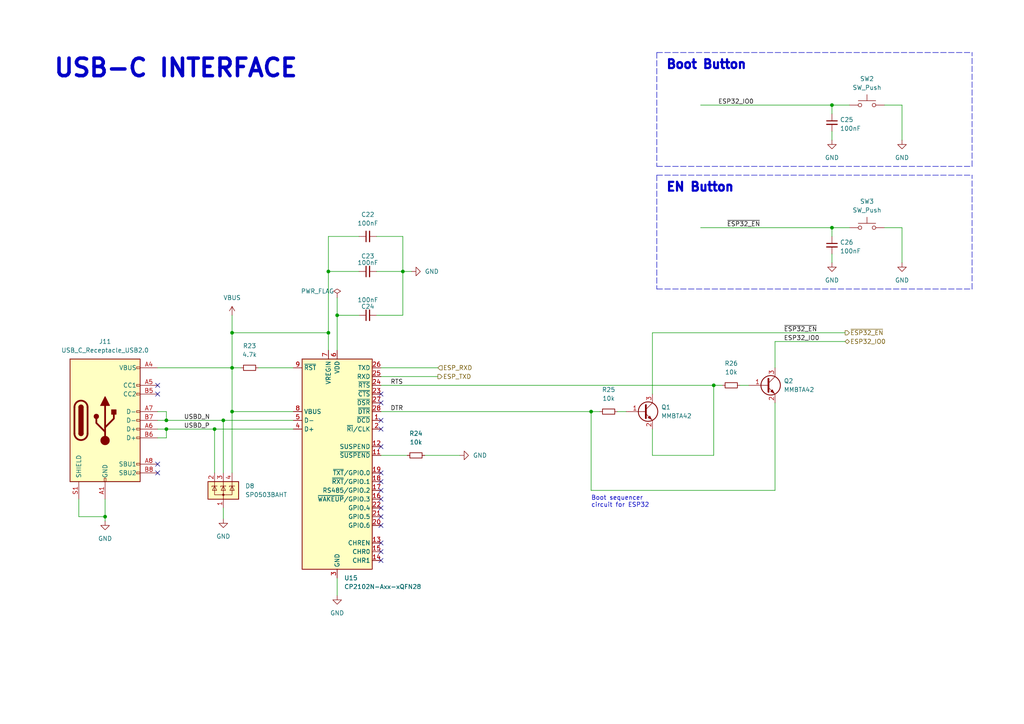
<source format=kicad_sch>
(kicad_sch (version 20211123) (generator eeschema)

  (uuid eb891d76-5179-4f5e-8fb5-26f74b07be55)

  (paper "A4")

  (lib_symbols
    (symbol "Connector:USB_C_Receptacle_USB2.0" (pin_names (offset 1.016)) (in_bom yes) (on_board yes)
      (property "Reference" "J" (id 0) (at -10.16 19.05 0)
        (effects (font (size 1.27 1.27)) (justify left))
      )
      (property "Value" "USB_C_Receptacle_USB2.0" (id 1) (at 19.05 19.05 0)
        (effects (font (size 1.27 1.27)) (justify right))
      )
      (property "Footprint" "" (id 2) (at 3.81 0 0)
        (effects (font (size 1.27 1.27)) hide)
      )
      (property "Datasheet" "https://www.usb.org/sites/default/files/documents/usb_type-c.zip" (id 3) (at 3.81 0 0)
        (effects (font (size 1.27 1.27)) hide)
      )
      (property "ki_keywords" "usb universal serial bus type-C USB2.0" (id 4) (at 0 0 0)
        (effects (font (size 1.27 1.27)) hide)
      )
      (property "ki_description" "USB 2.0-only Type-C Receptacle connector" (id 5) (at 0 0 0)
        (effects (font (size 1.27 1.27)) hide)
      )
      (property "ki_fp_filters" "USB*C*Receptacle*" (id 6) (at 0 0 0)
        (effects (font (size 1.27 1.27)) hide)
      )
      (symbol "USB_C_Receptacle_USB2.0_0_0"
        (rectangle (start -0.254 -17.78) (end 0.254 -16.764)
          (stroke (width 0) (type default) (color 0 0 0 0))
          (fill (type none))
        )
        (rectangle (start 10.16 -14.986) (end 9.144 -15.494)
          (stroke (width 0) (type default) (color 0 0 0 0))
          (fill (type none))
        )
        (rectangle (start 10.16 -12.446) (end 9.144 -12.954)
          (stroke (width 0) (type default) (color 0 0 0 0))
          (fill (type none))
        )
        (rectangle (start 10.16 -4.826) (end 9.144 -5.334)
          (stroke (width 0) (type default) (color 0 0 0 0))
          (fill (type none))
        )
        (rectangle (start 10.16 -2.286) (end 9.144 -2.794)
          (stroke (width 0) (type default) (color 0 0 0 0))
          (fill (type none))
        )
        (rectangle (start 10.16 0.254) (end 9.144 -0.254)
          (stroke (width 0) (type default) (color 0 0 0 0))
          (fill (type none))
        )
        (rectangle (start 10.16 2.794) (end 9.144 2.286)
          (stroke (width 0) (type default) (color 0 0 0 0))
          (fill (type none))
        )
        (rectangle (start 10.16 7.874) (end 9.144 7.366)
          (stroke (width 0) (type default) (color 0 0 0 0))
          (fill (type none))
        )
        (rectangle (start 10.16 10.414) (end 9.144 9.906)
          (stroke (width 0) (type default) (color 0 0 0 0))
          (fill (type none))
        )
        (rectangle (start 10.16 15.494) (end 9.144 14.986)
          (stroke (width 0) (type default) (color 0 0 0 0))
          (fill (type none))
        )
      )
      (symbol "USB_C_Receptacle_USB2.0_0_1"
        (rectangle (start -10.16 17.78) (end 10.16 -17.78)
          (stroke (width 0.254) (type default) (color 0 0 0 0))
          (fill (type background))
        )
        (arc (start -8.89 -3.81) (mid -6.985 -5.715) (end -5.08 -3.81)
          (stroke (width 0.508) (type default) (color 0 0 0 0))
          (fill (type none))
        )
        (arc (start -7.62 -3.81) (mid -6.985 -4.445) (end -6.35 -3.81)
          (stroke (width 0.254) (type default) (color 0 0 0 0))
          (fill (type none))
        )
        (arc (start -7.62 -3.81) (mid -6.985 -4.445) (end -6.35 -3.81)
          (stroke (width 0.254) (type default) (color 0 0 0 0))
          (fill (type outline))
        )
        (rectangle (start -7.62 -3.81) (end -6.35 3.81)
          (stroke (width 0.254) (type default) (color 0 0 0 0))
          (fill (type outline))
        )
        (arc (start -6.35 3.81) (mid -6.985 4.445) (end -7.62 3.81)
          (stroke (width 0.254) (type default) (color 0 0 0 0))
          (fill (type none))
        )
        (arc (start -6.35 3.81) (mid -6.985 4.445) (end -7.62 3.81)
          (stroke (width 0.254) (type default) (color 0 0 0 0))
          (fill (type outline))
        )
        (arc (start -5.08 3.81) (mid -6.985 5.715) (end -8.89 3.81)
          (stroke (width 0.508) (type default) (color 0 0 0 0))
          (fill (type none))
        )
        (circle (center -2.54 1.143) (radius 0.635)
          (stroke (width 0.254) (type default) (color 0 0 0 0))
          (fill (type outline))
        )
        (circle (center 0 -5.842) (radius 1.27)
          (stroke (width 0) (type default) (color 0 0 0 0))
          (fill (type outline))
        )
        (polyline
          (pts
            (xy -8.89 -3.81)
            (xy -8.89 3.81)
          )
          (stroke (width 0.508) (type default) (color 0 0 0 0))
          (fill (type none))
        )
        (polyline
          (pts
            (xy -5.08 3.81)
            (xy -5.08 -3.81)
          )
          (stroke (width 0.508) (type default) (color 0 0 0 0))
          (fill (type none))
        )
        (polyline
          (pts
            (xy 0 -5.842)
            (xy 0 4.318)
          )
          (stroke (width 0.508) (type default) (color 0 0 0 0))
          (fill (type none))
        )
        (polyline
          (pts
            (xy 0 -3.302)
            (xy -2.54 -0.762)
            (xy -2.54 0.508)
          )
          (stroke (width 0.508) (type default) (color 0 0 0 0))
          (fill (type none))
        )
        (polyline
          (pts
            (xy 0 -2.032)
            (xy 2.54 0.508)
            (xy 2.54 1.778)
          )
          (stroke (width 0.508) (type default) (color 0 0 0 0))
          (fill (type none))
        )
        (polyline
          (pts
            (xy -1.27 4.318)
            (xy 0 6.858)
            (xy 1.27 4.318)
            (xy -1.27 4.318)
          )
          (stroke (width 0.254) (type default) (color 0 0 0 0))
          (fill (type outline))
        )
        (rectangle (start 1.905 1.778) (end 3.175 3.048)
          (stroke (width 0.254) (type default) (color 0 0 0 0))
          (fill (type outline))
        )
      )
      (symbol "USB_C_Receptacle_USB2.0_1_1"
        (pin passive line (at 0 -22.86 90) (length 5.08)
          (name "GND" (effects (font (size 1.27 1.27))))
          (number "A1" (effects (font (size 1.27 1.27))))
        )
        (pin passive line (at 0 -22.86 90) (length 5.08) hide
          (name "GND" (effects (font (size 1.27 1.27))))
          (number "A12" (effects (font (size 1.27 1.27))))
        )
        (pin passive line (at 15.24 15.24 180) (length 5.08)
          (name "VBUS" (effects (font (size 1.27 1.27))))
          (number "A4" (effects (font (size 1.27 1.27))))
        )
        (pin bidirectional line (at 15.24 10.16 180) (length 5.08)
          (name "CC1" (effects (font (size 1.27 1.27))))
          (number "A5" (effects (font (size 1.27 1.27))))
        )
        (pin bidirectional line (at 15.24 -2.54 180) (length 5.08)
          (name "D+" (effects (font (size 1.27 1.27))))
          (number "A6" (effects (font (size 1.27 1.27))))
        )
        (pin bidirectional line (at 15.24 2.54 180) (length 5.08)
          (name "D-" (effects (font (size 1.27 1.27))))
          (number "A7" (effects (font (size 1.27 1.27))))
        )
        (pin bidirectional line (at 15.24 -12.7 180) (length 5.08)
          (name "SBU1" (effects (font (size 1.27 1.27))))
          (number "A8" (effects (font (size 1.27 1.27))))
        )
        (pin passive line (at 15.24 15.24 180) (length 5.08) hide
          (name "VBUS" (effects (font (size 1.27 1.27))))
          (number "A9" (effects (font (size 1.27 1.27))))
        )
        (pin passive line (at 0 -22.86 90) (length 5.08) hide
          (name "GND" (effects (font (size 1.27 1.27))))
          (number "B1" (effects (font (size 1.27 1.27))))
        )
        (pin passive line (at 0 -22.86 90) (length 5.08) hide
          (name "GND" (effects (font (size 1.27 1.27))))
          (number "B12" (effects (font (size 1.27 1.27))))
        )
        (pin passive line (at 15.24 15.24 180) (length 5.08) hide
          (name "VBUS" (effects (font (size 1.27 1.27))))
          (number "B4" (effects (font (size 1.27 1.27))))
        )
        (pin bidirectional line (at 15.24 7.62 180) (length 5.08)
          (name "CC2" (effects (font (size 1.27 1.27))))
          (number "B5" (effects (font (size 1.27 1.27))))
        )
        (pin bidirectional line (at 15.24 -5.08 180) (length 5.08)
          (name "D+" (effects (font (size 1.27 1.27))))
          (number "B6" (effects (font (size 1.27 1.27))))
        )
        (pin bidirectional line (at 15.24 0 180) (length 5.08)
          (name "D-" (effects (font (size 1.27 1.27))))
          (number "B7" (effects (font (size 1.27 1.27))))
        )
        (pin bidirectional line (at 15.24 -15.24 180) (length 5.08)
          (name "SBU2" (effects (font (size 1.27 1.27))))
          (number "B8" (effects (font (size 1.27 1.27))))
        )
        (pin passive line (at 15.24 15.24 180) (length 5.08) hide
          (name "VBUS" (effects (font (size 1.27 1.27))))
          (number "B9" (effects (font (size 1.27 1.27))))
        )
        (pin passive line (at -7.62 -22.86 90) (length 5.08)
          (name "SHIELD" (effects (font (size 1.27 1.27))))
          (number "S1" (effects (font (size 1.27 1.27))))
        )
      )
    )
    (symbol "Device:C_Small" (pin_numbers hide) (pin_names (offset 0.254) hide) (in_bom yes) (on_board yes)
      (property "Reference" "C" (id 0) (at 0.254 1.778 0)
        (effects (font (size 1.27 1.27)) (justify left))
      )
      (property "Value" "C_Small" (id 1) (at 0.254 -2.032 0)
        (effects (font (size 1.27 1.27)) (justify left))
      )
      (property "Footprint" "" (id 2) (at 0 0 0)
        (effects (font (size 1.27 1.27)) hide)
      )
      (property "Datasheet" "~" (id 3) (at 0 0 0)
        (effects (font (size 1.27 1.27)) hide)
      )
      (property "ki_keywords" "capacitor cap" (id 4) (at 0 0 0)
        (effects (font (size 1.27 1.27)) hide)
      )
      (property "ki_description" "Unpolarized capacitor, small symbol" (id 5) (at 0 0 0)
        (effects (font (size 1.27 1.27)) hide)
      )
      (property "ki_fp_filters" "C_*" (id 6) (at 0 0 0)
        (effects (font (size 1.27 1.27)) hide)
      )
      (symbol "C_Small_0_1"
        (polyline
          (pts
            (xy -1.524 -0.508)
            (xy 1.524 -0.508)
          )
          (stroke (width 0.3302) (type default) (color 0 0 0 0))
          (fill (type none))
        )
        (polyline
          (pts
            (xy -1.524 0.508)
            (xy 1.524 0.508)
          )
          (stroke (width 0.3048) (type default) (color 0 0 0 0))
          (fill (type none))
        )
      )
      (symbol "C_Small_1_1"
        (pin passive line (at 0 2.54 270) (length 2.032)
          (name "~" (effects (font (size 1.27 1.27))))
          (number "1" (effects (font (size 1.27 1.27))))
        )
        (pin passive line (at 0 -2.54 90) (length 2.032)
          (name "~" (effects (font (size 1.27 1.27))))
          (number "2" (effects (font (size 1.27 1.27))))
        )
      )
    )
    (symbol "Device:R_Small" (pin_numbers hide) (pin_names (offset 0.254) hide) (in_bom yes) (on_board yes)
      (property "Reference" "R" (id 0) (at 0.762 0.508 0)
        (effects (font (size 1.27 1.27)) (justify left))
      )
      (property "Value" "R_Small" (id 1) (at 0.762 -1.016 0)
        (effects (font (size 1.27 1.27)) (justify left))
      )
      (property "Footprint" "" (id 2) (at 0 0 0)
        (effects (font (size 1.27 1.27)) hide)
      )
      (property "Datasheet" "~" (id 3) (at 0 0 0)
        (effects (font (size 1.27 1.27)) hide)
      )
      (property "ki_keywords" "R resistor" (id 4) (at 0 0 0)
        (effects (font (size 1.27 1.27)) hide)
      )
      (property "ki_description" "Resistor, small symbol" (id 5) (at 0 0 0)
        (effects (font (size 1.27 1.27)) hide)
      )
      (property "ki_fp_filters" "R_*" (id 6) (at 0 0 0)
        (effects (font (size 1.27 1.27)) hide)
      )
      (symbol "R_Small_0_1"
        (rectangle (start -0.762 1.778) (end 0.762 -1.778)
          (stroke (width 0.2032) (type default) (color 0 0 0 0))
          (fill (type none))
        )
      )
      (symbol "R_Small_1_1"
        (pin passive line (at 0 2.54 270) (length 0.762)
          (name "~" (effects (font (size 1.27 1.27))))
          (number "1" (effects (font (size 1.27 1.27))))
        )
        (pin passive line (at 0 -2.54 90) (length 0.762)
          (name "~" (effects (font (size 1.27 1.27))))
          (number "2" (effects (font (size 1.27 1.27))))
        )
      )
    )
    (symbol "Interface_USB:CP2102N-Axx-xQFN28" (in_bom yes) (on_board yes)
      (property "Reference" "U" (id 0) (at -8.89 31.75 0)
        (effects (font (size 1.27 1.27)))
      )
      (property "Value" "CP2102N-Axx-xQFN28" (id 1) (at 12.7 31.75 0)
        (effects (font (size 1.27 1.27)))
      )
      (property "Footprint" "Package_DFN_QFN:QFN-28-1EP_5x5mm_P0.5mm_EP3.35x3.35mm" (id 2) (at 33.02 -31.75 0)
        (effects (font (size 1.27 1.27)) hide)
      )
      (property "Datasheet" "https://www.silabs.com/documents/public/data-sheets/cp2102n-datasheet.pdf" (id 3) (at 1.27 -19.05 0)
        (effects (font (size 1.27 1.27)) hide)
      )
      (property "ki_keywords" "USB UART bridge" (id 4) (at 0 0 0)
        (effects (font (size 1.27 1.27)) hide)
      )
      (property "ki_description" "USB to UART master bridge, QFN-28" (id 5) (at 0 0 0)
        (effects (font (size 1.27 1.27)) hide)
      )
      (property "ki_fp_filters" "QFN*1EP*5x5mm*P0.5mm*" (id 6) (at 0 0 0)
        (effects (font (size 1.27 1.27)) hide)
      )
      (symbol "CP2102N-Axx-xQFN28_0_1"
        (rectangle (start -10.16 30.48) (end 10.16 -30.48)
          (stroke (width 0.254) (type default) (color 0 0 0 0))
          (fill (type background))
        )
      )
      (symbol "CP2102N-Axx-xQFN28_1_1"
        (pin input line (at 12.7 12.7 180) (length 2.54)
          (name "~{DCD}" (effects (font (size 1.27 1.27))))
          (number "1" (effects (font (size 1.27 1.27))))
        )
        (pin no_connect line (at -10.16 -27.94 0) (length 2.54) hide
          (name "NC" (effects (font (size 1.27 1.27))))
          (number "10" (effects (font (size 1.27 1.27))))
        )
        (pin output line (at 12.7 2.54 180) (length 2.54)
          (name "~{SUSPEND}" (effects (font (size 1.27 1.27))))
          (number "11" (effects (font (size 1.27 1.27))))
        )
        (pin output line (at 12.7 5.08 180) (length 2.54)
          (name "SUSPEND" (effects (font (size 1.27 1.27))))
          (number "12" (effects (font (size 1.27 1.27))))
        )
        (pin output line (at 12.7 -22.86 180) (length 2.54)
          (name "CHREN" (effects (font (size 1.27 1.27))))
          (number "13" (effects (font (size 1.27 1.27))))
        )
        (pin output line (at 12.7 -27.94 180) (length 2.54)
          (name "CHR1" (effects (font (size 1.27 1.27))))
          (number "14" (effects (font (size 1.27 1.27))))
        )
        (pin output line (at 12.7 -25.4 180) (length 2.54)
          (name "CHR0" (effects (font (size 1.27 1.27))))
          (number "15" (effects (font (size 1.27 1.27))))
        )
        (pin bidirectional line (at 12.7 -10.16 180) (length 2.54)
          (name "~{WAKEUP}/GPIO.3" (effects (font (size 1.27 1.27))))
          (number "16" (effects (font (size 1.27 1.27))))
        )
        (pin bidirectional line (at 12.7 -7.62 180) (length 2.54)
          (name "RS485/GPIO.2" (effects (font (size 1.27 1.27))))
          (number "17" (effects (font (size 1.27 1.27))))
        )
        (pin bidirectional line (at 12.7 -5.08 180) (length 2.54)
          (name "~{RXT}/GPIO.1" (effects (font (size 1.27 1.27))))
          (number "18" (effects (font (size 1.27 1.27))))
        )
        (pin bidirectional line (at 12.7 -2.54 180) (length 2.54)
          (name "~{TXT}/GPIO.0" (effects (font (size 1.27 1.27))))
          (number "19" (effects (font (size 1.27 1.27))))
        )
        (pin bidirectional line (at 12.7 10.16 180) (length 2.54)
          (name "~{RI}/CLK" (effects (font (size 1.27 1.27))))
          (number "2" (effects (font (size 1.27 1.27))))
        )
        (pin bidirectional line (at 12.7 -17.78 180) (length 2.54)
          (name "GPIO.6" (effects (font (size 1.27 1.27))))
          (number "20" (effects (font (size 1.27 1.27))))
        )
        (pin bidirectional line (at 12.7 -15.24 180) (length 2.54)
          (name "GPIO.5" (effects (font (size 1.27 1.27))))
          (number "21" (effects (font (size 1.27 1.27))))
        )
        (pin bidirectional line (at 12.7 -12.7 180) (length 2.54)
          (name "GPIO.4" (effects (font (size 1.27 1.27))))
          (number "22" (effects (font (size 1.27 1.27))))
        )
        (pin input line (at 12.7 20.32 180) (length 2.54)
          (name "~{CTS}" (effects (font (size 1.27 1.27))))
          (number "23" (effects (font (size 1.27 1.27))))
        )
        (pin output line (at 12.7 22.86 180) (length 2.54)
          (name "~{RTS}" (effects (font (size 1.27 1.27))))
          (number "24" (effects (font (size 1.27 1.27))))
        )
        (pin input line (at 12.7 25.4 180) (length 2.54)
          (name "RXD" (effects (font (size 1.27 1.27))))
          (number "25" (effects (font (size 1.27 1.27))))
        )
        (pin output line (at 12.7 27.94 180) (length 2.54)
          (name "TXD" (effects (font (size 1.27 1.27))))
          (number "26" (effects (font (size 1.27 1.27))))
        )
        (pin input line (at 12.7 17.78 180) (length 2.54)
          (name "~{DSR}" (effects (font (size 1.27 1.27))))
          (number "27" (effects (font (size 1.27 1.27))))
        )
        (pin output line (at 12.7 15.24 180) (length 2.54)
          (name "~{DTR}" (effects (font (size 1.27 1.27))))
          (number "28" (effects (font (size 1.27 1.27))))
        )
        (pin passive line (at 0 -33.02 90) (length 2.54) hide
          (name "GND" (effects (font (size 1.27 1.27))))
          (number "29" (effects (font (size 1.27 1.27))))
        )
        (pin power_in line (at 0 -33.02 90) (length 2.54)
          (name "GND" (effects (font (size 1.27 1.27))))
          (number "3" (effects (font (size 1.27 1.27))))
        )
        (pin bidirectional line (at -12.7 10.16 0) (length 2.54)
          (name "D+" (effects (font (size 1.27 1.27))))
          (number "4" (effects (font (size 1.27 1.27))))
        )
        (pin bidirectional line (at -12.7 12.7 0) (length 2.54)
          (name "D-" (effects (font (size 1.27 1.27))))
          (number "5" (effects (font (size 1.27 1.27))))
        )
        (pin power_in line (at 0 33.02 270) (length 2.54)
          (name "VDD" (effects (font (size 1.27 1.27))))
          (number "6" (effects (font (size 1.27 1.27))))
        )
        (pin power_in line (at -2.54 33.02 270) (length 2.54)
          (name "VREGIN" (effects (font (size 1.27 1.27))))
          (number "7" (effects (font (size 1.27 1.27))))
        )
        (pin input line (at -12.7 15.24 0) (length 2.54)
          (name "VBUS" (effects (font (size 1.27 1.27))))
          (number "8" (effects (font (size 1.27 1.27))))
        )
        (pin input line (at -12.7 27.94 0) (length 2.54)
          (name "~{RST}" (effects (font (size 1.27 1.27))))
          (number "9" (effects (font (size 1.27 1.27))))
        )
      )
    )
    (symbol "Power_Protection:SP0503BAHT" (pin_names hide) (in_bom yes) (on_board yes)
      (property "Reference" "D" (id 0) (at 5.715 2.54 0)
        (effects (font (size 1.27 1.27)) (justify left))
      )
      (property "Value" "SP0503BAHT" (id 1) (at 5.715 0.635 0)
        (effects (font (size 1.27 1.27)) (justify left))
      )
      (property "Footprint" "Package_TO_SOT_SMD:SOT-143" (id 2) (at 5.715 -1.27 0)
        (effects (font (size 1.27 1.27)) (justify left) hide)
      )
      (property "Datasheet" "http://www.littelfuse.com/~/media/files/littelfuse/technical%20resources/documents/data%20sheets/sp05xxba.pdf" (id 3) (at 3.175 3.175 0)
        (effects (font (size 1.27 1.27)) hide)
      )
      (property "ki_keywords" "usb esd protection suppression transient" (id 4) (at 0 0 0)
        (effects (font (size 1.27 1.27)) hide)
      )
      (property "ki_description" "TVS Diode Array, 5.5V Standoff, 3 Channels, SOT-143 package" (id 5) (at 0 0 0)
        (effects (font (size 1.27 1.27)) hide)
      )
      (property "ki_fp_filters" "SOT?143*" (id 6) (at 0 0 0)
        (effects (font (size 1.27 1.27)) hide)
      )
      (symbol "SP0503BAHT_0_0"
        (pin passive line (at 0 -5.08 90) (length 2.54)
          (name "A" (effects (font (size 1.27 1.27))))
          (number "1" (effects (font (size 1.27 1.27))))
        )
      )
      (symbol "SP0503BAHT_0_1"
        (rectangle (start -4.445 2.54) (end 4.445 -2.54)
          (stroke (width 0.254) (type default) (color 0 0 0 0))
          (fill (type background))
        )
        (circle (center 0 -1.27) (radius 0.254)
          (stroke (width 0) (type default) (color 0 0 0 0))
          (fill (type outline))
        )
        (polyline
          (pts
            (xy -2.54 2.54)
            (xy -2.54 1.27)
          )
          (stroke (width 0) (type default) (color 0 0 0 0))
          (fill (type none))
        )
        (polyline
          (pts
            (xy 0 -1.27)
            (xy 0 -2.54)
          )
          (stroke (width 0) (type default) (color 0 0 0 0))
          (fill (type none))
        )
        (polyline
          (pts
            (xy 0 -1.27)
            (xy 0 1.27)
          )
          (stroke (width 0) (type default) (color 0 0 0 0))
          (fill (type none))
        )
        (polyline
          (pts
            (xy 0 2.54)
            (xy 0 1.27)
          )
          (stroke (width 0) (type default) (color 0 0 0 0))
          (fill (type none))
        )
        (polyline
          (pts
            (xy 0.635 1.27)
            (xy 0.762 1.27)
          )
          (stroke (width 0) (type default) (color 0 0 0 0))
          (fill (type none))
        )
        (polyline
          (pts
            (xy 2.54 2.54)
            (xy 2.54 1.27)
          )
          (stroke (width 0) (type default) (color 0 0 0 0))
          (fill (type none))
        )
        (polyline
          (pts
            (xy 0.635 1.27)
            (xy -0.762 1.27)
            (xy -0.762 1.016)
          )
          (stroke (width 0) (type default) (color 0 0 0 0))
          (fill (type none))
        )
        (polyline
          (pts
            (xy -3.302 1.016)
            (xy -3.302 1.27)
            (xy -1.905 1.27)
            (xy -1.778 1.27)
          )
          (stroke (width 0) (type default) (color 0 0 0 0))
          (fill (type none))
        )
        (polyline
          (pts
            (xy -2.54 1.27)
            (xy -2.54 -1.27)
            (xy 2.54 -1.27)
            (xy 2.54 1.27)
          )
          (stroke (width 0) (type default) (color 0 0 0 0))
          (fill (type none))
        )
        (polyline
          (pts
            (xy -2.54 1.27)
            (xy -1.905 0)
            (xy -3.175 0)
            (xy -2.54 1.27)
          )
          (stroke (width 0) (type default) (color 0 0 0 0))
          (fill (type none))
        )
        (polyline
          (pts
            (xy 0.635 0)
            (xy -0.635 0)
            (xy 0 1.27)
            (xy 0.635 0)
          )
          (stroke (width 0) (type default) (color 0 0 0 0))
          (fill (type none))
        )
        (polyline
          (pts
            (xy 1.778 1.016)
            (xy 1.778 1.27)
            (xy 3.175 1.27)
            (xy 3.302 1.27)
          )
          (stroke (width 0) (type default) (color 0 0 0 0))
          (fill (type none))
        )
        (polyline
          (pts
            (xy 2.54 1.27)
            (xy 1.905 0)
            (xy 3.175 0)
            (xy 2.54 1.27)
          )
          (stroke (width 0) (type default) (color 0 0 0 0))
          (fill (type none))
        )
      )
      (symbol "SP0503BAHT_1_1"
        (pin passive line (at -2.54 5.08 270) (length 2.54)
          (name "K" (effects (font (size 1.27 1.27))))
          (number "2" (effects (font (size 1.27 1.27))))
        )
        (pin passive line (at 0 5.08 270) (length 2.54)
          (name "K" (effects (font (size 1.27 1.27))))
          (number "3" (effects (font (size 1.27 1.27))))
        )
        (pin passive line (at 2.54 5.08 270) (length 2.54)
          (name "K" (effects (font (size 1.27 1.27))))
          (number "4" (effects (font (size 1.27 1.27))))
        )
      )
    )
    (symbol "SW_Push_1" (pin_numbers hide) (pin_names (offset 1.016) hide) (in_bom yes) (on_board yes)
      (property "Reference" "SW3" (id 0) (at 0 7.62 0)
        (effects (font (size 1.27 1.27)))
      )
      (property "Value" "SW_Push_1" (id 1) (at 0 5.08 0)
        (effects (font (size 1.27 1.27)))
      )
      (property "Footprint" "XKB:TS-1187A-B-A-B" (id 2) (at 0 5.08 0)
        (effects (font (size 1.27 1.27)) hide)
      )
      (property "Datasheet" "~" (id 3) (at 0 5.08 0)
        (effects (font (size 1.27 1.27)) hide)
      )
      (property "JLC Part No" "C318884" (id 4) (at 0 0 0)
        (effects (font (size 1.27 1.27)) hide)
      )
      (property "ki_keywords" "switch normally-open pushbutton push-button" (id 5) (at 0 0 0)
        (effects (font (size 1.27 1.27)) hide)
      )
      (property "ki_description" "Push button switch, generic, two pins" (id 6) (at 0 0 0)
        (effects (font (size 1.27 1.27)) hide)
      )
      (symbol "SW_Push_1_0_1"
        (circle (center -2.032 0) (radius 0.508)
          (stroke (width 0) (type default) (color 0 0 0 0))
          (fill (type none))
        )
        (polyline
          (pts
            (xy 0 1.27)
            (xy 0 3.048)
          )
          (stroke (width 0) (type default) (color 0 0 0 0))
          (fill (type none))
        )
        (polyline
          (pts
            (xy 2.54 1.27)
            (xy -2.54 1.27)
          )
          (stroke (width 0) (type default) (color 0 0 0 0))
          (fill (type none))
        )
        (circle (center 2.032 0) (radius 0.508)
          (stroke (width 0) (type default) (color 0 0 0 0))
          (fill (type none))
        )
        (pin passive line (at -5.08 0 0) (length 2.54)
          (name "1" (effects (font (size 1.27 1.27))))
          (number "1" (effects (font (size 1.27 1.27))))
        )
        (pin passive line (at 5.08 0 180) (length 2.54)
          (name "3" (effects (font (size 1.27 1.27))))
          (number "3" (effects (font (size 1.27 1.27))))
        )
      )
    )
    (symbol "Switch:SW_Push" (pin_numbers hide) (pin_names (offset 1.016) hide) (in_bom yes) (on_board yes)
      (property "Reference" "SW2" (id 0) (at 0 7.62 0)
        (effects (font (size 1.27 1.27)))
      )
      (property "Value" "SW_Push" (id 1) (at 0 5.08 0)
        (effects (font (size 1.27 1.27)))
      )
      (property "Footprint" "XKB:TS-1187A-B-A-B" (id 2) (at 0 5.08 0)
        (effects (font (size 1.27 1.27)) hide)
      )
      (property "Datasheet" "~" (id 3) (at 0 5.08 0)
        (effects (font (size 1.27 1.27)) hide)
      )
      (property "JLC Part No" "C318884" (id 4) (at 0 0 0)
        (effects (font (size 1.27 1.27)) hide)
      )
      (property "ki_keywords" "switch normally-open pushbutton push-button" (id 5) (at 0 0 0)
        (effects (font (size 1.27 1.27)) hide)
      )
      (property "ki_description" "Push button switch, generic, two pins" (id 6) (at 0 0 0)
        (effects (font (size 1.27 1.27)) hide)
      )
      (symbol "SW_Push_0_1"
        (circle (center -2.032 0) (radius 0.508)
          (stroke (width 0) (type default) (color 0 0 0 0))
          (fill (type none))
        )
        (polyline
          (pts
            (xy 0 1.27)
            (xy 0 3.048)
          )
          (stroke (width 0) (type default) (color 0 0 0 0))
          (fill (type none))
        )
        (polyline
          (pts
            (xy 2.54 1.27)
            (xy -2.54 1.27)
          )
          (stroke (width 0) (type default) (color 0 0 0 0))
          (fill (type none))
        )
        (circle (center 2.032 0) (radius 0.508)
          (stroke (width 0) (type default) (color 0 0 0 0))
          (fill (type none))
        )
        (pin passive line (at -5.08 0 0) (length 2.54)
          (name "1" (effects (font (size 1.27 1.27))))
          (number "1" (effects (font (size 1.27 1.27))))
        )
        (pin passive line (at 5.08 0 180) (length 2.54)
          (name "3" (effects (font (size 1.27 1.27))))
          (number "3" (effects (font (size 1.27 1.27))))
        )
      )
    )
    (symbol "Transistor_BJT:MMBTA42" (pin_names (offset 0) hide) (in_bom yes) (on_board yes)
      (property "Reference" "Q" (id 0) (at 5.08 1.905 0)
        (effects (font (size 1.27 1.27)) (justify left))
      )
      (property "Value" "MMBTA42" (id 1) (at 5.08 0 0)
        (effects (font (size 1.27 1.27)) (justify left))
      )
      (property "Footprint" "Package_TO_SOT_SMD:SOT-23" (id 2) (at 5.08 -1.905 0)
        (effects (font (size 1.27 1.27) italic) (justify left) hide)
      )
      (property "Datasheet" "https://www.onsemi.com/pub/Collateral/MMBTA42LT1-D.PDF" (id 3) (at 0 0 0)
        (effects (font (size 1.27 1.27)) (justify left) hide)
      )
      (property "ki_keywords" "NPN High Voltage Transistor" (id 4) (at 0 0 0)
        (effects (font (size 1.27 1.27)) hide)
      )
      (property "ki_description" "0.5A Ic, 300V Vce, NPN High Voltage Transistor, SOT-23" (id 5) (at 0 0 0)
        (effects (font (size 1.27 1.27)) hide)
      )
      (property "ki_fp_filters" "SOT?23*" (id 6) (at 0 0 0)
        (effects (font (size 1.27 1.27)) hide)
      )
      (symbol "MMBTA42_0_1"
        (polyline
          (pts
            (xy 0 0)
            (xy 0.635 0)
          )
          (stroke (width 0) (type default) (color 0 0 0 0))
          (fill (type none))
        )
        (polyline
          (pts
            (xy 0.635 0.635)
            (xy 2.54 2.54)
          )
          (stroke (width 0) (type default) (color 0 0 0 0))
          (fill (type none))
        )
        (polyline
          (pts
            (xy 0.635 -0.635)
            (xy 2.54 -2.54)
            (xy 2.54 -2.54)
          )
          (stroke (width 0) (type default) (color 0 0 0 0))
          (fill (type none))
        )
        (polyline
          (pts
            (xy 0.635 1.905)
            (xy 0.635 -1.905)
            (xy 0.635 -1.905)
          )
          (stroke (width 0.508) (type default) (color 0 0 0 0))
          (fill (type none))
        )
        (polyline
          (pts
            (xy 1.27 -1.778)
            (xy 1.778 -1.27)
            (xy 2.286 -2.286)
            (xy 1.27 -1.778)
            (xy 1.27 -1.778)
          )
          (stroke (width 0) (type default) (color 0 0 0 0))
          (fill (type outline))
        )
        (circle (center 1.27 0) (radius 2.8194)
          (stroke (width 0.254) (type default) (color 0 0 0 0))
          (fill (type none))
        )
      )
      (symbol "MMBTA42_1_1"
        (pin input line (at -5.08 0 0) (length 5.08)
          (name "B" (effects (font (size 1.27 1.27))))
          (number "1" (effects (font (size 1.27 1.27))))
        )
        (pin passive line (at 2.54 -5.08 90) (length 2.54)
          (name "E" (effects (font (size 1.27 1.27))))
          (number "2" (effects (font (size 1.27 1.27))))
        )
        (pin passive line (at 2.54 5.08 270) (length 2.54)
          (name "C" (effects (font (size 1.27 1.27))))
          (number "3" (effects (font (size 1.27 1.27))))
        )
      )
    )
    (symbol "power:GND" (power) (pin_names (offset 0)) (in_bom yes) (on_board yes)
      (property "Reference" "#PWR" (id 0) (at 0 -6.35 0)
        (effects (font (size 1.27 1.27)) hide)
      )
      (property "Value" "GND" (id 1) (at 0 -3.81 0)
        (effects (font (size 1.27 1.27)))
      )
      (property "Footprint" "" (id 2) (at 0 0 0)
        (effects (font (size 1.27 1.27)) hide)
      )
      (property "Datasheet" "" (id 3) (at 0 0 0)
        (effects (font (size 1.27 1.27)) hide)
      )
      (property "ki_keywords" "power-flag" (id 4) (at 0 0 0)
        (effects (font (size 1.27 1.27)) hide)
      )
      (property "ki_description" "Power symbol creates a global label with name \"GND\" , ground" (id 5) (at 0 0 0)
        (effects (font (size 1.27 1.27)) hide)
      )
      (symbol "GND_0_1"
        (polyline
          (pts
            (xy 0 0)
            (xy 0 -1.27)
            (xy 1.27 -1.27)
            (xy 0 -2.54)
            (xy -1.27 -1.27)
            (xy 0 -1.27)
          )
          (stroke (width 0) (type default) (color 0 0 0 0))
          (fill (type none))
        )
      )
      (symbol "GND_1_1"
        (pin power_in line (at 0 0 270) (length 0) hide
          (name "GND" (effects (font (size 1.27 1.27))))
          (number "1" (effects (font (size 1.27 1.27))))
        )
      )
    )
    (symbol "power:PWR_FLAG" (power) (pin_numbers hide) (pin_names (offset 0) hide) (in_bom yes) (on_board yes)
      (property "Reference" "#FLG" (id 0) (at 0 1.905 0)
        (effects (font (size 1.27 1.27)) hide)
      )
      (property "Value" "PWR_FLAG" (id 1) (at 0 3.81 0)
        (effects (font (size 1.27 1.27)))
      )
      (property "Footprint" "" (id 2) (at 0 0 0)
        (effects (font (size 1.27 1.27)) hide)
      )
      (property "Datasheet" "~" (id 3) (at 0 0 0)
        (effects (font (size 1.27 1.27)) hide)
      )
      (property "ki_keywords" "power-flag" (id 4) (at 0 0 0)
        (effects (font (size 1.27 1.27)) hide)
      )
      (property "ki_description" "Special symbol for telling ERC where power comes from" (id 5) (at 0 0 0)
        (effects (font (size 1.27 1.27)) hide)
      )
      (symbol "PWR_FLAG_0_0"
        (pin power_out line (at 0 0 90) (length 0)
          (name "pwr" (effects (font (size 1.27 1.27))))
          (number "1" (effects (font (size 1.27 1.27))))
        )
      )
      (symbol "PWR_FLAG_0_1"
        (polyline
          (pts
            (xy 0 0)
            (xy 0 1.27)
            (xy -1.016 1.905)
            (xy 0 2.54)
            (xy 1.016 1.905)
            (xy 0 1.27)
          )
          (stroke (width 0) (type default) (color 0 0 0 0))
          (fill (type none))
        )
      )
    )
    (symbol "power:VBUS" (power) (pin_names (offset 0)) (in_bom yes) (on_board yes)
      (property "Reference" "#PWR" (id 0) (at 0 -3.81 0)
        (effects (font (size 1.27 1.27)) hide)
      )
      (property "Value" "VBUS" (id 1) (at 0 3.81 0)
        (effects (font (size 1.27 1.27)))
      )
      (property "Footprint" "" (id 2) (at 0 0 0)
        (effects (font (size 1.27 1.27)) hide)
      )
      (property "Datasheet" "" (id 3) (at 0 0 0)
        (effects (font (size 1.27 1.27)) hide)
      )
      (property "ki_keywords" "power-flag" (id 4) (at 0 0 0)
        (effects (font (size 1.27 1.27)) hide)
      )
      (property "ki_description" "Power symbol creates a global label with name \"VBUS\"" (id 5) (at 0 0 0)
        (effects (font (size 1.27 1.27)) hide)
      )
      (symbol "VBUS_0_1"
        (polyline
          (pts
            (xy -0.762 1.27)
            (xy 0 2.54)
          )
          (stroke (width 0) (type default) (color 0 0 0 0))
          (fill (type none))
        )
        (polyline
          (pts
            (xy 0 0)
            (xy 0 2.54)
          )
          (stroke (width 0) (type default) (color 0 0 0 0))
          (fill (type none))
        )
        (polyline
          (pts
            (xy 0 2.54)
            (xy 0.762 1.27)
          )
          (stroke (width 0) (type default) (color 0 0 0 0))
          (fill (type none))
        )
      )
      (symbol "VBUS_1_1"
        (pin power_in line (at 0 0 90) (length 0) hide
          (name "VBUS" (effects (font (size 1.27 1.27))))
          (number "1" (effects (font (size 1.27 1.27))))
        )
      )
    )
  )

  (junction (at 67.31 96.52) (diameter 0) (color 0 0 0 0)
    (uuid 118328d7-926a-4633-b76e-b8ab8795959c)
  )
  (junction (at 116.84 78.74) (diameter 0) (color 0 0 0 0)
    (uuid 21e7e56e-0153-40e9-ad2f-c8019e3482b6)
  )
  (junction (at 67.31 119.38) (diameter 0) (color 0 0 0 0)
    (uuid 242670fa-9524-400f-be6d-f6607f7a81e3)
  )
  (junction (at 207.01 111.76) (diameter 0) (color 0 0 0 0)
    (uuid 340be56b-455b-4e98-8da6-c4fa28884876)
  )
  (junction (at 64.77 121.92) (diameter 0) (color 0 0 0 0)
    (uuid 48f3e1e3-ed2b-4af4-a94f-4ab8b17cab3e)
  )
  (junction (at 171.45 119.38) (diameter 0) (color 0 0 0 0)
    (uuid 4ca6c134-0068-4903-93d9-9fb9bbf90860)
  )
  (junction (at 67.31 106.68) (diameter 0) (color 0 0 0 0)
    (uuid 642d8bd8-97e6-49cc-a29f-f6033dac9f52)
  )
  (junction (at 48.26 124.46) (diameter 0) (color 0 0 0 0)
    (uuid 71d02d71-3520-4a2c-8f90-954437ca3597)
  )
  (junction (at 30.48 149.86) (diameter 0) (color 0 0 0 0)
    (uuid 73c3a3c8-ead1-4b88-b941-45148d8873e9)
  )
  (junction (at 241.3 66.04) (diameter 0) (color 0 0 0 0)
    (uuid 74517c8b-3210-4256-a231-493abe9b6af2)
  )
  (junction (at 62.23 124.46) (diameter 0) (color 0 0 0 0)
    (uuid 79556e28-6b82-4615-a893-7329a331712f)
  )
  (junction (at 48.26 121.92) (diameter 0) (color 0 0 0 0)
    (uuid 8055696c-03d5-4ab1-9ae2-c0e678a96308)
  )
  (junction (at 241.3 30.48) (diameter 0) (color 0 0 0 0)
    (uuid 8a7aaae9-be2a-4921-82c5-9c5935366ba4)
  )
  (junction (at 97.79 91.44) (diameter 0) (color 0 0 0 0)
    (uuid bcffadf8-a050-4b03-af3d-745125f06b9f)
  )
  (junction (at 95.25 78.74) (diameter 0) (color 0 0 0 0)
    (uuid be6b8552-4ed8-4bb6-b49c-60bca8a39491)
  )
  (junction (at 95.25 96.52) (diameter 0) (color 0 0 0 0)
    (uuid d9f713dc-12b5-4700-bf7e-133ed5e9bf53)
  )

  (no_connect (at 110.49 116.84) (uuid 0852f656-af2d-4d3e-9b72-d0a39d37749d))
  (no_connect (at 110.49 121.92) (uuid 08dd7688-117a-4c9c-9f10-ee6ebb64403a))
  (no_connect (at 110.49 147.32) (uuid 13cbcfdd-90a4-4101-869f-a428ba08b07f))
  (no_connect (at 110.49 160.02) (uuid 1816ac27-eab9-4de2-9c9c-ca0abb542a6c))
  (no_connect (at 45.72 114.3) (uuid 37fb3fa6-38d8-4b29-8161-65aa22b5f660))
  (no_connect (at 110.49 129.54) (uuid 5fcf11fe-063a-4981-870c-b349c663e895))
  (no_connect (at 110.49 124.46) (uuid 6b79d849-b0ca-433e-b49c-3cee28f47017))
  (no_connect (at 110.49 114.3) (uuid 6ed93857-c3a8-4947-93ad-24de92f07f70))
  (no_connect (at 110.49 142.24) (uuid 755d1848-f747-4b3f-8b4d-bfd456739cbd))
  (no_connect (at 110.49 137.16) (uuid 85ade471-1419-496f-b8d5-f6dc71a0412d))
  (no_connect (at 110.49 152.4) (uuid abb52c0b-fa11-4367-96c2-c885c7724d6e))
  (no_connect (at 110.49 162.56) (uuid b28ceaad-a36f-4804-b222-220a072daaf2))
  (no_connect (at 110.49 157.48) (uuid bc0627ca-dca3-4ea7-8557-b01faa7d4de9))
  (no_connect (at 110.49 149.86) (uuid c0c3e456-8ac8-42d4-8aaa-65a40c6f6529))
  (no_connect (at 45.72 134.62) (uuid c7f6d510-5a96-49dc-bfae-9787d5e8ed0f))
  (no_connect (at 45.72 137.16) (uuid dbf89f36-12bb-4cee-b167-c6f5e748067b))
  (no_connect (at 110.49 144.78) (uuid e8836e37-c168-412d-8dda-f38270e1658e))
  (no_connect (at 110.49 139.7) (uuid f55532a5-cc66-46be-a1a3-41fb40d41cb9))
  (no_connect (at 45.72 111.76) (uuid f9865f87-1ab7-4343-8776-7f6cc7c7f5e3))

  (wire (pts (xy 189.23 96.52) (xy 245.11 96.52))
    (stroke (width 0) (type default) (color 0 0 0 0))
    (uuid 01568777-eb21-4ecb-8dfa-72568e176657)
  )
  (wire (pts (xy 45.72 119.38) (xy 48.26 119.38))
    (stroke (width 0) (type default) (color 0 0 0 0))
    (uuid 0173e068-3cb3-4439-b6db-6a7d010db494)
  )
  (wire (pts (xy 45.72 124.46) (xy 48.26 124.46))
    (stroke (width 0) (type default) (color 0 0 0 0))
    (uuid 02957729-7b17-490b-81dc-8c3e66a15b70)
  )
  (wire (pts (xy 241.3 68.58) (xy 241.3 66.04))
    (stroke (width 0) (type default) (color 0 0 0 0))
    (uuid 086a653e-26a7-462b-9046-2953cd5138f4)
  )
  (polyline (pts (xy 281.94 83.82) (xy 281.94 50.8))
    (stroke (width 0) (type default) (color 0 0 0 0))
    (uuid 0ece4320-7cf1-47b0-911a-530562f66aa6)
  )

  (wire (pts (xy 110.49 109.22) (xy 127 109.22))
    (stroke (width 0) (type default) (color 0 0 0 0))
    (uuid 11cf4027-f80e-4f27-a8af-a9c82bf95c28)
  )
  (wire (pts (xy 189.23 124.46) (xy 189.23 132.08))
    (stroke (width 0) (type default) (color 0 0 0 0))
    (uuid 1637e26c-cd3b-4741-8428-1f1710a8fb02)
  )
  (wire (pts (xy 241.3 66.04) (xy 246.38 66.04))
    (stroke (width 0) (type default) (color 0 0 0 0))
    (uuid 16822832-06c4-49cd-9ff1-377ddd6ed20d)
  )
  (wire (pts (xy 97.79 86.36) (xy 97.79 91.44))
    (stroke (width 0) (type default) (color 0 0 0 0))
    (uuid 177767f2-9eab-4021-96df-64359b127c13)
  )
  (wire (pts (xy 116.84 78.74) (xy 119.38 78.74))
    (stroke (width 0) (type default) (color 0 0 0 0))
    (uuid 1789caf1-2b55-4cb1-ae6c-4529b67db8f7)
  )
  (wire (pts (xy 95.25 68.58) (xy 104.14 68.58))
    (stroke (width 0) (type default) (color 0 0 0 0))
    (uuid 17b01a8c-a9e0-461a-bfc5-c1f31343fa4c)
  )
  (wire (pts (xy 207.01 111.76) (xy 209.55 111.76))
    (stroke (width 0) (type default) (color 0 0 0 0))
    (uuid 1bef8e83-503b-409e-9b0a-00bf4703df4b)
  )
  (wire (pts (xy 224.79 99.06) (xy 224.79 106.68))
    (stroke (width 0) (type default) (color 0 0 0 0))
    (uuid 1dbddb7f-c5ac-4a66-98cb-b6ed9fef7386)
  )
  (wire (pts (xy 67.31 106.68) (xy 69.85 106.68))
    (stroke (width 0) (type default) (color 0 0 0 0))
    (uuid 1f04f237-f30b-48e3-b8b7-cbbe1df35309)
  )
  (wire (pts (xy 45.72 127) (xy 48.26 127))
    (stroke (width 0) (type default) (color 0 0 0 0))
    (uuid 20acb4ed-a5d3-4a87-9b00-9c3451896ad1)
  )
  (polyline (pts (xy 190.5 50.8) (xy 281.94 50.8))
    (stroke (width 0) (type default) (color 0 0 0 0))
    (uuid 25985406-88ba-4ae6-9fc4-1dcd4b2d89bd)
  )

  (wire (pts (xy 67.31 96.52) (xy 67.31 106.68))
    (stroke (width 0) (type default) (color 0 0 0 0))
    (uuid 265f767c-40fc-46b6-9ab3-b346de61ed06)
  )
  (wire (pts (xy 67.31 106.68) (xy 67.31 119.38))
    (stroke (width 0) (type default) (color 0 0 0 0))
    (uuid 2678eecf-5caa-4739-a328-cabbba2a7186)
  )
  (wire (pts (xy 45.72 121.92) (xy 48.26 121.92))
    (stroke (width 0) (type default) (color 0 0 0 0))
    (uuid 2833aca6-0dd3-4994-a3e4-aa2e1fd30354)
  )
  (wire (pts (xy 110.49 132.08) (xy 118.11 132.08))
    (stroke (width 0) (type default) (color 0 0 0 0))
    (uuid 2f971662-762f-4cb8-bac1-c21bec897151)
  )
  (wire (pts (xy 241.3 30.48) (xy 246.38 30.48))
    (stroke (width 0) (type default) (color 0 0 0 0))
    (uuid 31cb9d1e-4d7b-48b2-ac77-3fbf0c84f8ff)
  )
  (wire (pts (xy 241.3 33.02) (xy 241.3 30.48))
    (stroke (width 0) (type default) (color 0 0 0 0))
    (uuid 37d7792a-d36d-4eb5-81e9-c8b207696189)
  )
  (wire (pts (xy 116.84 78.74) (xy 116.84 91.44))
    (stroke (width 0) (type default) (color 0 0 0 0))
    (uuid 3e67cb38-5f07-41d1-83f3-8b5b1f4422ec)
  )
  (wire (pts (xy 203.2 66.04) (xy 241.3 66.04))
    (stroke (width 0) (type default) (color 0 0 0 0))
    (uuid 40c04e42-bf70-4bb8-9e4b-050bcb6c8824)
  )
  (wire (pts (xy 95.25 78.74) (xy 95.25 96.52))
    (stroke (width 0) (type default) (color 0 0 0 0))
    (uuid 44bde77a-2516-471d-bb63-255622cc198c)
  )
  (wire (pts (xy 109.22 78.74) (xy 116.84 78.74))
    (stroke (width 0) (type default) (color 0 0 0 0))
    (uuid 584ba411-b2a6-4465-9eba-173ba07ae674)
  )
  (wire (pts (xy 189.23 132.08) (xy 207.01 132.08))
    (stroke (width 0) (type default) (color 0 0 0 0))
    (uuid 59d85453-87b0-4178-9c9e-c6f572d1f4d2)
  )
  (polyline (pts (xy 190.5 50.8) (xy 190.5 83.82))
    (stroke (width 0) (type default) (color 0 0 0 0))
    (uuid 5a13bd5c-794c-444c-a768-cb587196e6e0)
  )

  (wire (pts (xy 116.84 68.58) (xy 116.84 78.74))
    (stroke (width 0) (type default) (color 0 0 0 0))
    (uuid 5be0deb1-8fbc-4e08-a3e0-205a3290fb57)
  )
  (wire (pts (xy 241.3 38.1) (xy 241.3 40.64))
    (stroke (width 0) (type default) (color 0 0 0 0))
    (uuid 60abcf05-2873-4796-8067-0d1ec0678c9d)
  )
  (polyline (pts (xy 190.5 15.24) (xy 190.5 48.26))
    (stroke (width 0) (type default) (color 0 0 0 0))
    (uuid 655cab83-b951-4917-846e-d88d6c378c7e)
  )

  (wire (pts (xy 214.63 111.76) (xy 217.17 111.76))
    (stroke (width 0) (type default) (color 0 0 0 0))
    (uuid 6632dfd9-5df5-4caa-846d-5e684096de80)
  )
  (wire (pts (xy 97.79 167.64) (xy 97.79 172.72))
    (stroke (width 0) (type default) (color 0 0 0 0))
    (uuid 67520117-e19f-41a5-9638-9e56f317008a)
  )
  (wire (pts (xy 48.26 127) (xy 48.26 124.46))
    (stroke (width 0) (type default) (color 0 0 0 0))
    (uuid 69be4961-fb70-43d9-9770-5e8161ce8861)
  )
  (wire (pts (xy 179.07 119.38) (xy 181.61 119.38))
    (stroke (width 0) (type default) (color 0 0 0 0))
    (uuid 6a0f2618-05dc-4e09-88f2-1ec39d7cc2bf)
  )
  (wire (pts (xy 67.31 91.44) (xy 67.31 96.52))
    (stroke (width 0) (type default) (color 0 0 0 0))
    (uuid 6a2514c9-5a8b-458f-b433-7f9d728e29ab)
  )
  (wire (pts (xy 189.23 114.3) (xy 189.23 96.52))
    (stroke (width 0) (type default) (color 0 0 0 0))
    (uuid 703c48fa-699f-465f-b0bd-2f77f51c036b)
  )
  (wire (pts (xy 261.62 30.48) (xy 261.62 40.64))
    (stroke (width 0) (type default) (color 0 0 0 0))
    (uuid 75491bc7-e78b-4d03-b3d7-61552d71ddb4)
  )
  (wire (pts (xy 97.79 91.44) (xy 97.79 101.6))
    (stroke (width 0) (type default) (color 0 0 0 0))
    (uuid 76dfb45a-f701-4266-8875-3143151d8e82)
  )
  (wire (pts (xy 62.23 124.46) (xy 85.09 124.46))
    (stroke (width 0) (type default) (color 0 0 0 0))
    (uuid 778e6d92-f2f2-496f-a572-9c5530fe8183)
  )
  (wire (pts (xy 110.49 119.38) (xy 171.45 119.38))
    (stroke (width 0) (type default) (color 0 0 0 0))
    (uuid 7a45dac3-ed93-455f-871a-23cef93cfb8c)
  )
  (wire (pts (xy 62.23 124.46) (xy 62.23 137.16))
    (stroke (width 0) (type default) (color 0 0 0 0))
    (uuid 7bd0844e-8832-4d76-b0c2-8a5bf2d0678f)
  )
  (wire (pts (xy 48.26 121.92) (xy 64.77 121.92))
    (stroke (width 0) (type default) (color 0 0 0 0))
    (uuid 81ab95bf-ab47-4fa1-8517-170d23c47928)
  )
  (wire (pts (xy 256.54 66.04) (xy 261.62 66.04))
    (stroke (width 0) (type default) (color 0 0 0 0))
    (uuid 82c1c4fb-d640-4321-90d9-e978b3d69ef6)
  )
  (wire (pts (xy 67.31 119.38) (xy 67.31 137.16))
    (stroke (width 0) (type default) (color 0 0 0 0))
    (uuid 859fa8d0-a686-4aa9-92ba-c5758faebbe2)
  )
  (wire (pts (xy 241.3 73.66) (xy 241.3 76.2))
    (stroke (width 0) (type default) (color 0 0 0 0))
    (uuid 8889d18b-35ad-4e2a-bc64-eddfe5b8cdd6)
  )
  (wire (pts (xy 48.26 124.46) (xy 62.23 124.46))
    (stroke (width 0) (type default) (color 0 0 0 0))
    (uuid 89c9b499-e8a0-4d6f-bc2f-c2e2909a9044)
  )
  (polyline (pts (xy 190.5 83.82) (xy 281.94 83.82))
    (stroke (width 0) (type default) (color 0 0 0 0))
    (uuid 91a8d50c-cc9d-47b3-8f9b-9972eef664ec)
  )

  (wire (pts (xy 256.54 30.48) (xy 261.62 30.48))
    (stroke (width 0) (type default) (color 0 0 0 0))
    (uuid 92e1ca47-1407-4bba-a096-34786dcb37f8)
  )
  (wire (pts (xy 22.86 149.86) (xy 30.48 149.86))
    (stroke (width 0) (type default) (color 0 0 0 0))
    (uuid 9a8ff5e6-07fb-475a-9d7b-733658d37e51)
  )
  (wire (pts (xy 95.25 68.58) (xy 95.25 78.74))
    (stroke (width 0) (type default) (color 0 0 0 0))
    (uuid 9e74cf3e-42a6-49b4-9fb3-0790f54125ec)
  )
  (wire (pts (xy 67.31 96.52) (xy 95.25 96.52))
    (stroke (width 0) (type default) (color 0 0 0 0))
    (uuid a0dba036-0623-4bcc-baab-31f189ae3de5)
  )
  (wire (pts (xy 171.45 142.24) (xy 171.45 119.38))
    (stroke (width 0) (type default) (color 0 0 0 0))
    (uuid a1bbb032-a308-4a69-a0ce-fb38cd54e318)
  )
  (polyline (pts (xy 190.5 15.24) (xy 281.94 15.24))
    (stroke (width 0) (type default) (color 0 0 0 0))
    (uuid a3f538d6-4062-44e3-afbf-686c08bd706a)
  )

  (wire (pts (xy 97.79 91.44) (xy 104.14 91.44))
    (stroke (width 0) (type default) (color 0 0 0 0))
    (uuid a4e46ad8-7802-41aa-915e-84c2cd935b2f)
  )
  (wire (pts (xy 109.22 91.44) (xy 116.84 91.44))
    (stroke (width 0) (type default) (color 0 0 0 0))
    (uuid af3aa70e-ed86-4680-b4aa-ef3a566bf92a)
  )
  (wire (pts (xy 123.19 132.08) (xy 133.35 132.08))
    (stroke (width 0) (type default) (color 0 0 0 0))
    (uuid b535745b-4638-4c89-8d97-34cf3c1a5998)
  )
  (wire (pts (xy 30.48 149.86) (xy 30.48 151.13))
    (stroke (width 0) (type default) (color 0 0 0 0))
    (uuid b6160885-95e2-4054-b02b-f7b1fbcdc541)
  )
  (wire (pts (xy 30.48 144.78) (xy 30.48 149.86))
    (stroke (width 0) (type default) (color 0 0 0 0))
    (uuid babba1a2-8747-4506-b1de-f3462be6ef19)
  )
  (wire (pts (xy 48.26 119.38) (xy 48.26 121.92))
    (stroke (width 0) (type default) (color 0 0 0 0))
    (uuid bb1af068-9674-4f22-a463-935394df3ee3)
  )
  (wire (pts (xy 64.77 137.16) (xy 64.77 121.92))
    (stroke (width 0) (type default) (color 0 0 0 0))
    (uuid be76affc-de64-43d9-8cde-40e149867ae0)
  )
  (wire (pts (xy 45.72 106.68) (xy 67.31 106.68))
    (stroke (width 0) (type default) (color 0 0 0 0))
    (uuid c1631ab6-ace5-4fb8-9004-1f106aba941b)
  )
  (wire (pts (xy 22.86 144.78) (xy 22.86 149.86))
    (stroke (width 0) (type default) (color 0 0 0 0))
    (uuid c52756cc-3233-4a33-b971-37ec2c404a7f)
  )
  (wire (pts (xy 203.2 30.48) (xy 241.3 30.48))
    (stroke (width 0) (type default) (color 0 0 0 0))
    (uuid c56c4cd2-cd54-4c67-8c02-9263a78e125e)
  )
  (wire (pts (xy 74.93 106.68) (xy 85.09 106.68))
    (stroke (width 0) (type default) (color 0 0 0 0))
    (uuid cb6c3b0e-3f41-400c-a7eb-faa4d27cbd1f)
  )
  (wire (pts (xy 171.45 119.38) (xy 173.99 119.38))
    (stroke (width 0) (type default) (color 0 0 0 0))
    (uuid cb70ad85-44b0-4498-8dc2-b2a08cf85f22)
  )
  (polyline (pts (xy 190.5 48.26) (xy 281.94 48.26))
    (stroke (width 0) (type default) (color 0 0 0 0))
    (uuid cdeee2ea-4344-4165-ac58-94479eb8a805)
  )

  (wire (pts (xy 224.79 142.24) (xy 171.45 142.24))
    (stroke (width 0) (type default) (color 0 0 0 0))
    (uuid ce9b6aee-3381-4552-88b2-75bd1c73978c)
  )
  (wire (pts (xy 224.79 99.06) (xy 245.11 99.06))
    (stroke (width 0) (type default) (color 0 0 0 0))
    (uuid d89a8016-be33-4d4d-983b-71e3e5851f8b)
  )
  (polyline (pts (xy 281.94 48.26) (xy 281.94 15.24))
    (stroke (width 0) (type default) (color 0 0 0 0))
    (uuid d8a05d9a-a605-473f-ad1c-943ceb4ea81c)
  )

  (wire (pts (xy 207.01 132.08) (xy 207.01 111.76))
    (stroke (width 0) (type default) (color 0 0 0 0))
    (uuid d94e5f68-67b5-4d4a-9c17-0818de9f72b0)
  )
  (wire (pts (xy 95.25 96.52) (xy 95.25 101.6))
    (stroke (width 0) (type default) (color 0 0 0 0))
    (uuid dd939ee3-e62f-412c-9849-4eaf9df5b80e)
  )
  (wire (pts (xy 110.49 111.76) (xy 207.01 111.76))
    (stroke (width 0) (type default) (color 0 0 0 0))
    (uuid e2c6a3af-18b3-4d8d-8554-8c286318ea4b)
  )
  (wire (pts (xy 67.31 119.38) (xy 85.09 119.38))
    (stroke (width 0) (type default) (color 0 0 0 0))
    (uuid e53e6395-d38c-4176-80fa-4408f55d6bf4)
  )
  (wire (pts (xy 224.79 116.84) (xy 224.79 142.24))
    (stroke (width 0) (type default) (color 0 0 0 0))
    (uuid eb78cffa-d600-47a2-98dc-c95c2750ba59)
  )
  (wire (pts (xy 109.22 68.58) (xy 116.84 68.58))
    (stroke (width 0) (type default) (color 0 0 0 0))
    (uuid f2e44aa1-aa58-463c-8ae9-cad32a7b294d)
  )
  (wire (pts (xy 64.77 121.92) (xy 85.09 121.92))
    (stroke (width 0) (type default) (color 0 0 0 0))
    (uuid f321ef68-6a60-44b3-bddf-82821d16b421)
  )
  (wire (pts (xy 110.49 106.68) (xy 127 106.68))
    (stroke (width 0) (type default) (color 0 0 0 0))
    (uuid f7281f12-818a-4ef6-8301-8e31177a756d)
  )
  (wire (pts (xy 261.62 66.04) (xy 261.62 76.2))
    (stroke (width 0) (type default) (color 0 0 0 0))
    (uuid f80a9fca-5589-41df-ac5a-266283fe806f)
  )
  (wire (pts (xy 95.25 78.74) (xy 104.14 78.74))
    (stroke (width 0) (type default) (color 0 0 0 0))
    (uuid f9812edc-5764-4f8f-93da-5f05456c23b4)
  )
  (wire (pts (xy 64.77 147.32) (xy 64.77 150.495))
    (stroke (width 0) (type default) (color 0 0 0 0))
    (uuid fe6d0407-9486-4a11-b0aa-22b8905b3104)
  )

  (text "Boot Button\n" (at 193.04 20.32 0)
    (effects (font (size 2.54 2.54) (thickness 1.016) bold) (justify left bottom))
    (uuid 2680306c-465e-43fb-8af8-17973c337dcf)
  )
  (text "EN Button\n" (at 193.04 55.88 0)
    (effects (font (size 2.54 2.54) (thickness 1.016) bold) (justify left bottom))
    (uuid 5b029ebe-b4a0-436a-8dab-f80d11533081)
  )
  (text "USB-C INTERFACE" (at 15.24 22.86 0)
    (effects (font (size 5.08 5.08) (thickness 1.016) bold) (justify left bottom))
    (uuid 6a52a9b3-6a27-4902-af41-a7798e3295f9)
  )
  (text "Boot sequencer\ncircuit for ESP32" (at 171.45 147.32 0)
    (effects (font (size 1.27 1.27)) (justify left bottom))
    (uuid dedf1177-4801-4487-aff6-ba746007c040)
  )

  (label "ESP32_IO0" (at 208.28 30.48 0)
    (effects (font (size 1.27 1.27)) (justify left bottom))
    (uuid 4905cc9a-1310-43d1-876e-8af061905cd3)
  )
  (label "~{ESP32_EN}" (at 227.33 96.52 0)
    (effects (font (size 1.27 1.27)) (justify left bottom))
    (uuid 5976a8b9-5d8a-47ed-a8d4-72d667181472)
  )
  (label "DTR" (at 113.249 119.38 0)
    (effects (font (size 1.27 1.27)) (justify left bottom))
    (uuid 69b487fc-d765-4055-b5c0-4380736181b2)
  )
  (label "USBD_N" (at 53.34 121.92 0)
    (effects (font (size 1.27 1.27)) (justify left bottom))
    (uuid 7c6300dc-fda9-43a0-be08-1f1d3bba71b7)
  )
  (label "RTS" (at 113.249 111.76 0)
    (effects (font (size 1.27 1.27)) (justify left bottom))
    (uuid 8ad2e981-cf5b-46e9-a0d8-8f56c3f565f4)
  )
  (label "USBD_P" (at 53.34 124.46 0)
    (effects (font (size 1.27 1.27)) (justify left bottom))
    (uuid b4bd863e-d293-4f2a-b0a0-3ca739aa54b8)
  )
  (label "~{ESP32_EN}" (at 210.82 66.04 0)
    (effects (font (size 1.27 1.27)) (justify left bottom))
    (uuid d1330dcd-2ec2-4725-ab25-2b64b8666653)
  )
  (label "ESP32_IO0" (at 227.33 99.06 0)
    (effects (font (size 1.27 1.27)) (justify left bottom))
    (uuid ea098df6-cd4f-4574-8a0d-593e9591c969)
  )

  (hierarchical_label "ESP_TXD" (shape output) (at 127 109.22 0)
    (effects (font (size 1.27 1.27)) (justify left))
    (uuid 0e9f9d90-ac07-4260-9138-e82313bdabad)
  )
  (hierarchical_label "ESP32_IO0" (shape bidirectional) (at 245.11 99.06 0)
    (effects (font (size 1.27 1.27)) (justify left))
    (uuid 144f5528-b446-4ef8-9b94-a29ac687d4c1)
  )
  (hierarchical_label "~{ESP32_EN}" (shape output) (at 245.11 96.52 0)
    (effects (font (size 1.27 1.27)) (justify left))
    (uuid 5f893ac7-f6a1-49f3-92ec-fe8785e89aec)
  )
  (hierarchical_label "ESP_RXD" (shape input) (at 127 106.68 0)
    (effects (font (size 1.27 1.27)) (justify left))
    (uuid dd327e4d-4e1f-44e8-ab68-8882c4b95072)
  )

  (symbol (lib_id "Connector:USB_C_Receptacle_USB2.0") (at 30.48 121.92 0) (unit 1)
    (in_bom yes) (on_board yes) (fields_autoplaced)
    (uuid 055d3c41-fbdc-453b-a6d4-2f0eabe03b32)
    (property "Reference" "J11" (id 0) (at 30.48 99.06 0))
    (property "Value" "USB_C_Receptacle_USB2.0" (id 1) (at 30.48 101.6 0))
    (property "Footprint" "Connector_USB:USB_C_Receptacle_HRO_TYPE-C-31-M-12" (id 2) (at 34.29 121.92 0)
      (effects (font (size 1.27 1.27)) hide)
    )
    (property "Datasheet" "https://www.usb.org/sites/default/files/documents/usb_type-c.zip" (id 3) (at 34.29 121.92 0)
      (effects (font (size 1.27 1.27)) hide)
    )
    (pin "A1" (uuid 8afb7d9a-fd29-4c5b-a698-258983380a27))
    (pin "A12" (uuid be30fa94-a4e4-4177-b649-bba7b2e040df))
    (pin "A4" (uuid e6478fad-98b8-4fc7-8d6c-8dbfdc6868e8))
    (pin "A5" (uuid e8d9b6e8-fd17-44e7-8d12-5e292a12c9a8))
    (pin "A6" (uuid 5ef72630-0bbe-4a4d-9c86-81d5e08e65bc))
    (pin "A7" (uuid 6abfe706-ab64-4926-be69-599147e11592))
    (pin "A8" (uuid ae36e679-27b9-4ad4-9a17-398934e8b8a4))
    (pin "A9" (uuid d22fbb28-a9c2-485a-8895-f9e0ec0bc842))
    (pin "B1" (uuid 451716fc-05c2-40e3-aada-cd2342d9d000))
    (pin "B12" (uuid 1b3ef85a-f332-462b-b79f-c874a951db1d))
    (pin "B4" (uuid 93489419-ec7e-416b-a0b3-712a591edeb0))
    (pin "B5" (uuid 8caf69dc-038b-43a1-acbb-18e9b81f10e8))
    (pin "B6" (uuid b4fb8b67-cb99-41b5-bf24-e272c8fd6e3b))
    (pin "B7" (uuid 7e8a2e09-e85a-40b7-b814-86197a250354))
    (pin "B8" (uuid 15386eca-8ea0-4283-a071-c40475120ce5))
    (pin "B9" (uuid c270ab47-0a10-4086-b663-cb0f1047e84e))
    (pin "S1" (uuid f7738d0d-8413-4d98-9261-99094dc82910))
  )

  (symbol (lib_id "Device:C_Small") (at 241.3 71.12 0) (unit 1)
    (in_bom yes) (on_board yes) (fields_autoplaced)
    (uuid 11fcc795-8046-41d9-a74a-30842985c0aa)
    (property "Reference" "C26" (id 0) (at 243.6241 70.2916 0)
      (effects (font (size 1.27 1.27)) (justify left))
    )
    (property "Value" "100nF" (id 1) (at 243.6241 72.8285 0)
      (effects (font (size 1.27 1.27)) (justify left))
    )
    (property "Footprint" "Capacitor_SMD:C_0402_1005Metric" (id 2) (at 241.3 71.12 0)
      (effects (font (size 1.27 1.27)) hide)
    )
    (property "Datasheet" "~" (id 3) (at 241.3 71.12 0)
      (effects (font (size 1.27 1.27)) hide)
    )
    (pin "1" (uuid 22a65181-ac96-402b-b0fc-043947afc410))
    (pin "2" (uuid 340a8009-ad21-4496-9664-9dc48e3e23ab))
  )

  (symbol (lib_id "Switch:SW_Push") (at 251.46 30.48 0) (unit 1)
    (in_bom yes) (on_board yes) (fields_autoplaced)
    (uuid 13c69b95-f4b0-4a0a-bbdf-e49a9a7627b8)
    (property "Reference" "SW2" (id 0) (at 251.46 22.86 0))
    (property "Value" "SW_Push" (id 1) (at 251.46 25.4 0))
    (property "Footprint" "XKB:TS-1187A-B-A-B" (id 2) (at 251.46 25.4 0)
      (effects (font (size 1.27 1.27)) hide)
    )
    (property "Datasheet" "~" (id 3) (at 251.46 25.4 0)
      (effects (font (size 1.27 1.27)) hide)
    )
    (property "JLC Part No" "C318884" (id 4) (at 251.46 30.48 0)
      (effects (font (size 1.27 1.27)) hide)
    )
    (pin "1" (uuid e610c212-5763-4003-9df4-faa871deb3cc))
    (pin "3" (uuid 4b9ecb9a-57d0-49bb-bbf7-b63f0e0ff489))
  )

  (symbol (lib_id "power:GND") (at 119.38 78.74 90) (unit 1)
    (in_bom yes) (on_board yes) (fields_autoplaced)
    (uuid 16f12734-0a80-4066-9bda-fa7cad08cb86)
    (property "Reference" "#PWR0101" (id 0) (at 125.73 78.74 0)
      (effects (font (size 1.27 1.27)) hide)
    )
    (property "Value" "GND" (id 1) (at 123.19 78.7399 90)
      (effects (font (size 1.27 1.27)) (justify right))
    )
    (property "Footprint" "" (id 2) (at 119.38 78.74 0)
      (effects (font (size 1.27 1.27)) hide)
    )
    (property "Datasheet" "" (id 3) (at 119.38 78.74 0)
      (effects (font (size 1.27 1.27)) hide)
    )
    (pin "1" (uuid d19c6177-d18e-4a5e-96e9-2dfb9bbebbc7))
  )

  (symbol (lib_id "power:GND") (at 30.48 151.13 0) (unit 1)
    (in_bom yes) (on_board yes) (fields_autoplaced)
    (uuid 1c7f8ad9-4362-4857-81d6-afcb5e580270)
    (property "Reference" "#PWR066" (id 0) (at 30.48 157.48 0)
      (effects (font (size 1.27 1.27)) hide)
    )
    (property "Value" "GND" (id 1) (at 30.48 156.21 0))
    (property "Footprint" "" (id 2) (at 30.48 151.13 0)
      (effects (font (size 1.27 1.27)) hide)
    )
    (property "Datasheet" "" (id 3) (at 30.48 151.13 0)
      (effects (font (size 1.27 1.27)) hide)
    )
    (pin "1" (uuid 425870f2-3ce1-4219-bcde-ee2b11e20356))
  )

  (symbol (lib_id "Device:C_Small") (at 241.3 35.56 0) (unit 1)
    (in_bom yes) (on_board yes) (fields_autoplaced)
    (uuid 28c71e8e-5368-4a66-af2a-0c3e3508c076)
    (property "Reference" "C25" (id 0) (at 243.6241 34.7316 0)
      (effects (font (size 1.27 1.27)) (justify left))
    )
    (property "Value" "100nF" (id 1) (at 243.6241 37.2685 0)
      (effects (font (size 1.27 1.27)) (justify left))
    )
    (property "Footprint" "Capacitor_SMD:C_0402_1005Metric" (id 2) (at 241.3 35.56 0)
      (effects (font (size 1.27 1.27)) hide)
    )
    (property "Datasheet" "~" (id 3) (at 241.3 35.56 0)
      (effects (font (size 1.27 1.27)) hide)
    )
    (pin "1" (uuid 04938f9a-6474-47fc-a5e1-e69ef0f662c7))
    (pin "2" (uuid b7e879dc-f2cb-4516-b0b0-dc77eb8f9221))
  )

  (symbol (lib_id "power:GND") (at 64.77 150.495 0) (unit 1)
    (in_bom yes) (on_board yes) (fields_autoplaced)
    (uuid 2c687afb-6715-4685-b5a0-a7a4b7b8cc00)
    (property "Reference" "#PWR067" (id 0) (at 64.77 156.845 0)
      (effects (font (size 1.27 1.27)) hide)
    )
    (property "Value" "GND" (id 1) (at 64.77 155.575 0))
    (property "Footprint" "" (id 2) (at 64.77 150.495 0)
      (effects (font (size 1.27 1.27)) hide)
    )
    (property "Datasheet" "" (id 3) (at 64.77 150.495 0)
      (effects (font (size 1.27 1.27)) hide)
    )
    (pin "1" (uuid b7a5edf2-18bc-41f5-95a2-f909ebeb0b52))
  )

  (symbol (lib_id "Power_Protection:SP0503BAHT") (at 64.77 142.24 0) (unit 1)
    (in_bom yes) (on_board yes) (fields_autoplaced)
    (uuid 40f60613-5ac9-43c4-a128-a7a8f01fbe57)
    (property "Reference" "D8" (id 0) (at 71.12 140.9699 0)
      (effects (font (size 1.27 1.27)) (justify left))
    )
    (property "Value" "SP0503BAHT" (id 1) (at 71.12 143.5099 0)
      (effects (font (size 1.27 1.27)) (justify left))
    )
    (property "Footprint" "Package_TO_SOT_SMD:SOT-143" (id 2) (at 70.485 143.51 0)
      (effects (font (size 1.27 1.27)) (justify left) hide)
    )
    (property "Datasheet" "http://www.littelfuse.com/~/media/files/littelfuse/technical%20resources/documents/data%20sheets/sp05xxba.pdf" (id 3) (at 67.945 139.065 0)
      (effects (font (size 1.27 1.27)) hide)
    )
    (pin "1" (uuid c0b756e3-2af2-467d-b014-5a8a6bc97597))
    (pin "2" (uuid a9768c49-5796-402a-bee3-af516f28770c))
    (pin "3" (uuid 36e841da-feb3-435d-9939-ae0d2d762cab))
    (pin "4" (uuid aa86c04a-e76e-4b06-a381-ce67066c76c9))
  )

  (symbol (lib_name "SW_Push_1") (lib_id "Switch:SW_Push") (at 251.46 66.04 0) (unit 1)
    (in_bom yes) (on_board yes) (fields_autoplaced)
    (uuid 480bfeff-c9b0-45bc-bd27-74188fe5cc04)
    (property "Reference" "SW3" (id 0) (at 251.46 58.42 0))
    (property "Value" "SW_Push" (id 1) (at 251.46 60.96 0))
    (property "Footprint" "XKB:TS-1187A-B-A-B" (id 2) (at 251.46 60.96 0)
      (effects (font (size 1.27 1.27)) hide)
    )
    (property "Datasheet" "~" (id 3) (at 251.46 60.96 0)
      (effects (font (size 1.27 1.27)) hide)
    )
    (property "JLC Part No" "C318884" (id 4) (at 251.46 66.04 0)
      (effects (font (size 1.27 1.27)) hide)
    )
    (pin "1" (uuid 9e24e5bf-2c99-49dc-aef6-0218fc21cd1a))
    (pin "3" (uuid c96e5043-c079-4039-bc2a-c3c85343b0a8))
  )

  (symbol (lib_id "power:GND") (at 133.35 132.08 90) (unit 1)
    (in_bom yes) (on_board yes) (fields_autoplaced)
    (uuid 4fdc1d27-a9bc-45af-9933-59b7708fda43)
    (property "Reference" "#PWR070" (id 0) (at 139.7 132.08 0)
      (effects (font (size 1.27 1.27)) hide)
    )
    (property "Value" "GND" (id 1) (at 137.16 132.0799 90)
      (effects (font (size 1.27 1.27)) (justify right))
    )
    (property "Footprint" "" (id 2) (at 133.35 132.08 0)
      (effects (font (size 1.27 1.27)) hide)
    )
    (property "Datasheet" "" (id 3) (at 133.35 132.08 0)
      (effects (font (size 1.27 1.27)) hide)
    )
    (pin "1" (uuid eb79fa2a-2323-4974-95db-b52def2c022d))
  )

  (symbol (lib_id "power:GND") (at 241.3 76.2 0) (unit 1)
    (in_bom yes) (on_board yes) (fields_autoplaced)
    (uuid 5de17800-e325-4056-8c56-d391a9c780e1)
    (property "Reference" "#PWR072" (id 0) (at 241.3 82.55 0)
      (effects (font (size 1.27 1.27)) hide)
    )
    (property "Value" "GND" (id 1) (at 241.3 81.28 0))
    (property "Footprint" "" (id 2) (at 241.3 76.2 0)
      (effects (font (size 1.27 1.27)) hide)
    )
    (property "Datasheet" "" (id 3) (at 241.3 76.2 0)
      (effects (font (size 1.27 1.27)) hide)
    )
    (pin "1" (uuid 884db3e2-4708-4787-8391-4ef8e6d4f48a))
  )

  (symbol (lib_id "Device:R_Small") (at 120.65 132.08 270) (unit 1)
    (in_bom yes) (on_board yes) (fields_autoplaced)
    (uuid 63a9fdc9-f47c-4f85-822e-51d1fab7bb5d)
    (property "Reference" "R24" (id 0) (at 120.65 125.73 90))
    (property "Value" "10k" (id 1) (at 120.65 128.27 90))
    (property "Footprint" "Resistor_SMD:R_0402_1005Metric" (id 2) (at 120.65 132.08 0)
      (effects (font (size 1.27 1.27)) hide)
    )
    (property "Datasheet" "~" (id 3) (at 120.65 132.08 0)
      (effects (font (size 1.27 1.27)) hide)
    )
    (pin "1" (uuid 2f53271e-384f-436f-a05c-1117e66af515))
    (pin "2" (uuid de168bae-2bcd-49bb-b1a2-71b94edcf75e))
  )

  (symbol (lib_id "Device:C_Small") (at 106.68 78.74 90) (unit 1)
    (in_bom yes) (on_board yes)
    (uuid 6a172e19-70d7-454c-ba0a-3ddae37d090b)
    (property "Reference" "C23" (id 0) (at 106.68 74.295 90))
    (property "Value" "100nF" (id 1) (at 106.68 76.2 90))
    (property "Footprint" "Capacitor_SMD:C_0402_1005Metric" (id 2) (at 106.68 78.74 0)
      (effects (font (size 1.27 1.27)) hide)
    )
    (property "Datasheet" "~" (id 3) (at 106.68 78.74 0)
      (effects (font (size 1.27 1.27)) hide)
    )
    (pin "1" (uuid e7e27b66-5793-4f96-8dbd-87b37d0c6a0b))
    (pin "2" (uuid bf7f214a-426a-4337-9410-878569dbfc19))
  )

  (symbol (lib_id "Transistor_BJT:MMBTA42") (at 186.69 119.38 0) (unit 1)
    (in_bom yes) (on_board yes) (fields_autoplaced)
    (uuid 8900a676-9ea6-439f-90a4-f33037156875)
    (property "Reference" "Q1" (id 0) (at 191.77 118.1099 0)
      (effects (font (size 1.27 1.27)) (justify left))
    )
    (property "Value" "MMBTA42" (id 1) (at 191.77 120.6499 0)
      (effects (font (size 1.27 1.27)) (justify left))
    )
    (property "Footprint" "Package_TO_SOT_SMD:SOT-23" (id 2) (at 191.77 121.285 0)
      (effects (font (size 1.27 1.27) italic) (justify left) hide)
    )
    (property "Datasheet" "https://www.onsemi.com/pub/Collateral/MMBTA42LT1-D.PDF" (id 3) (at 186.69 119.38 0)
      (effects (font (size 1.27 1.27)) (justify left) hide)
    )
    (pin "1" (uuid 4a1deb72-b8e6-4ba3-b5bb-851635f8998d))
    (pin "2" (uuid 908595b1-866b-4080-a1ff-dd16eda91a8a))
    (pin "3" (uuid f24d5410-c443-4c96-a284-a69900803873))
  )

  (symbol (lib_id "Transistor_BJT:MMBTA42") (at 222.25 111.76 0) (unit 1)
    (in_bom yes) (on_board yes) (fields_autoplaced)
    (uuid 8af6f3f9-1d39-4814-b140-a3dda8f7b07d)
    (property "Reference" "Q2" (id 0) (at 227.33 110.4899 0)
      (effects (font (size 1.27 1.27)) (justify left))
    )
    (property "Value" "MMBTA42" (id 1) (at 227.33 113.0299 0)
      (effects (font (size 1.27 1.27)) (justify left))
    )
    (property "Footprint" "Package_TO_SOT_SMD:SOT-23" (id 2) (at 227.33 113.665 0)
      (effects (font (size 1.27 1.27) italic) (justify left) hide)
    )
    (property "Datasheet" "https://www.onsemi.com/pub/Collateral/MMBTA42LT1-D.PDF" (id 3) (at 222.25 111.76 0)
      (effects (font (size 1.27 1.27)) (justify left) hide)
    )
    (pin "1" (uuid dd2527b6-f7f5-42a6-9538-89987bfd4686))
    (pin "2" (uuid 7547804b-b954-4d81-a027-14100802e296))
    (pin "3" (uuid aa5f9e67-d1fd-4ef4-be03-3005686d9c1f))
  )

  (symbol (lib_id "Device:R_Small") (at 72.39 106.68 270) (unit 1)
    (in_bom yes) (on_board yes) (fields_autoplaced)
    (uuid 8d23c31b-36a9-41b9-a03c-86d42948ee33)
    (property "Reference" "R23" (id 0) (at 72.39 100.33 90))
    (property "Value" "4.7k" (id 1) (at 72.39 102.87 90))
    (property "Footprint" "Resistor_SMD:R_0402_1005Metric" (id 2) (at 72.39 106.68 0)
      (effects (font (size 1.27 1.27)) hide)
    )
    (property "Datasheet" "~" (id 3) (at 72.39 106.68 0)
      (effects (font (size 1.27 1.27)) hide)
    )
    (pin "1" (uuid dce45b28-5275-4b14-91e0-7b0566f7fb09))
    (pin "2" (uuid c61cc840-3a3e-463f-bb96-2d872b42b020))
  )

  (symbol (lib_id "power:GND") (at 261.62 76.2 0) (unit 1)
    (in_bom yes) (on_board yes) (fields_autoplaced)
    (uuid a6555428-a9f9-42c3-ae3e-4596e3a7f785)
    (property "Reference" "#PWR074" (id 0) (at 261.62 82.55 0)
      (effects (font (size 1.27 1.27)) hide)
    )
    (property "Value" "GND" (id 1) (at 261.62 81.28 0))
    (property "Footprint" "" (id 2) (at 261.62 76.2 0)
      (effects (font (size 1.27 1.27)) hide)
    )
    (property "Datasheet" "" (id 3) (at 261.62 76.2 0)
      (effects (font (size 1.27 1.27)) hide)
    )
    (pin "1" (uuid 4c888634-3b43-4cd7-973e-cde594939911))
  )

  (symbol (lib_id "power:VBUS") (at 67.31 91.44 0) (unit 1)
    (in_bom yes) (on_board yes) (fields_autoplaced)
    (uuid b0eac8d8-3e38-4058-b685-c556cbccb63b)
    (property "Reference" "#PWR068" (id 0) (at 67.31 95.25 0)
      (effects (font (size 1.27 1.27)) hide)
    )
    (property "Value" "VBUS" (id 1) (at 67.31 86.36 0))
    (property "Footprint" "" (id 2) (at 67.31 91.44 0)
      (effects (font (size 1.27 1.27)) hide)
    )
    (property "Datasheet" "" (id 3) (at 67.31 91.44 0)
      (effects (font (size 1.27 1.27)) hide)
    )
    (pin "1" (uuid f8746336-016c-44d3-9624-37b5494e8e24))
  )

  (symbol (lib_id "Device:C_Small") (at 106.68 68.58 90) (unit 1)
    (in_bom yes) (on_board yes) (fields_autoplaced)
    (uuid b9028ce1-007b-45ad-abb5-d92a6b1a6077)
    (property "Reference" "C22" (id 0) (at 106.6863 62.23 90))
    (property "Value" "100nF" (id 1) (at 106.6863 64.77 90))
    (property "Footprint" "Capacitor_SMD:C_0402_1005Metric" (id 2) (at 106.68 68.58 0)
      (effects (font (size 1.27 1.27)) hide)
    )
    (property "Datasheet" "~" (id 3) (at 106.68 68.58 0)
      (effects (font (size 1.27 1.27)) hide)
    )
    (pin "1" (uuid da66b575-e2b7-4c9a-9787-594834b33525))
    (pin "2" (uuid 0b2e6950-06bc-43b8-8796-97deae8d1b27))
  )

  (symbol (lib_id "Interface_USB:CP2102N-Axx-xQFN28") (at 97.79 134.62 0) (unit 1)
    (in_bom yes) (on_board yes) (fields_autoplaced)
    (uuid be8a6b39-00fc-4dcd-ae83-14f9f4761b24)
    (property "Reference" "U15" (id 0) (at 99.8094 167.64 0)
      (effects (font (size 1.27 1.27)) (justify left))
    )
    (property "Value" "CP2102N-Axx-xQFN28" (id 1) (at 99.8094 170.18 0)
      (effects (font (size 1.27 1.27)) (justify left))
    )
    (property "Footprint" "Package_DFN_QFN:QFN-28-1EP_5x5mm_P0.5mm_EP3.35x3.35mm" (id 2) (at 130.81 166.37 0)
      (effects (font (size 1.27 1.27)) hide)
    )
    (property "Datasheet" "https://www.silabs.com/documents/public/data-sheets/cp2102n-datasheet.pdf" (id 3) (at 99.06 153.67 0)
      (effects (font (size 1.27 1.27)) hide)
    )
    (pin "1" (uuid e3bdb7aa-e687-455d-8a11-97a09a651574))
    (pin "10" (uuid 8fd9518b-4a78-4526-a7b8-5f6d910da215))
    (pin "11" (uuid 28fd11b5-d6bb-4055-ad29-dd224033d092))
    (pin "12" (uuid 9d1b83b5-c545-4ab0-bca7-b5c47554647e))
    (pin "13" (uuid a123f064-fef5-437f-a28c-0e99f36d8ba3))
    (pin "14" (uuid 452f3726-ecde-4362-930a-248e51cc66ca))
    (pin "15" (uuid 2e2ae81a-0be1-49ab-9b22-0d04b83a3bad))
    (pin "16" (uuid 62b1d895-6371-4ef6-86b8-eccfd64eef82))
    (pin "17" (uuid 19b8d930-ebc1-4317-90b2-f4651e106329))
    (pin "18" (uuid a3cc3ce9-d24e-478d-8e81-20b425ea87f9))
    (pin "19" (uuid dcf490d2-9553-4da5-8861-5eee5c5344ef))
    (pin "2" (uuid 855e82b0-e5f4-4a58-9cb8-749791b44416))
    (pin "20" (uuid 0878bf13-b973-4b3b-9bb9-fb4d85cf2071))
    (pin "21" (uuid b37fbb82-8fc6-4fcb-abad-ed0555b71fb9))
    (pin "22" (uuid 63ca4028-5237-4a72-8a91-57b74ba4924a))
    (pin "23" (uuid e307c1b1-36fa-4d7d-bbd4-48ad2ccb542c))
    (pin "24" (uuid b1482891-68ce-433d-ab24-b371d64839b4))
    (pin "25" (uuid bfee935b-ab35-481a-907b-63739575d658))
    (pin "26" (uuid ac73f4a2-7fc2-4d4f-9fca-8ba98a7ce8a3))
    (pin "27" (uuid 10b4b579-6f8b-498f-a681-910bd4fd4fc3))
    (pin "28" (uuid 2268c5a6-04ae-40ce-8713-01c0c858ff54))
    (pin "29" (uuid 706b1a88-96ef-4d3e-bafb-e46ffde2c498))
    (pin "3" (uuid b24508f6-4152-4663-a51a-b91bbb71b13d))
    (pin "4" (uuid 382c3aaf-bb3c-491d-9371-bce0d627cfa0))
    (pin "5" (uuid ce5758a1-ea8e-48fd-8372-136d1ff09d22))
    (pin "6" (uuid fc28ff54-0576-47be-96b8-d7bf37899edf))
    (pin "7" (uuid 59f01b54-c676-49cb-b185-bbaec3a32a7d))
    (pin "8" (uuid fabaf54e-a5ee-45a1-b64f-8d6eeec79cea))
    (pin "9" (uuid d5d09694-cf07-4b5f-931d-89c5564081ed))
  )

  (symbol (lib_id "Device:R_Small") (at 176.53 119.38 270) (unit 1)
    (in_bom yes) (on_board yes) (fields_autoplaced)
    (uuid e8d496e1-098d-4bc1-a4c2-e7cccc4b753a)
    (property "Reference" "R25" (id 0) (at 176.53 113.03 90))
    (property "Value" "10k" (id 1) (at 176.53 115.57 90))
    (property "Footprint" "Resistor_SMD:R_0402_1005Metric" (id 2) (at 176.53 119.38 0)
      (effects (font (size 1.27 1.27)) hide)
    )
    (property "Datasheet" "~" (id 3) (at 176.53 119.38 0)
      (effects (font (size 1.27 1.27)) hide)
    )
    (pin "1" (uuid d2ca4fd3-2220-4b6a-bb45-0d3e980c57ca))
    (pin "2" (uuid 99f4b325-7f7e-421f-a063-755d4986c6ed))
  )

  (symbol (lib_id "power:GND") (at 241.3 40.64 0) (unit 1)
    (in_bom yes) (on_board yes) (fields_autoplaced)
    (uuid e9b6e531-f4e2-42f3-9a5c-23f787d3cdaa)
    (property "Reference" "#PWR071" (id 0) (at 241.3 46.99 0)
      (effects (font (size 1.27 1.27)) hide)
    )
    (property "Value" "GND" (id 1) (at 241.3 45.72 0))
    (property "Footprint" "" (id 2) (at 241.3 40.64 0)
      (effects (font (size 1.27 1.27)) hide)
    )
    (property "Datasheet" "" (id 3) (at 241.3 40.64 0)
      (effects (font (size 1.27 1.27)) hide)
    )
    (pin "1" (uuid 67f98a9c-a737-45b1-a461-522d1eec6bb8))
  )

  (symbol (lib_id "power:PWR_FLAG") (at 97.79 86.36 0) (unit 1)
    (in_bom yes) (on_board yes)
    (uuid eee5e5b2-4b62-41e0-afad-bc6a990800f6)
    (property "Reference" "#FLG09" (id 0) (at 97.79 84.455 0)
      (effects (font (size 1.27 1.27)) hide)
    )
    (property "Value" "PWR_FLAG" (id 1) (at 92.075 84.455 0))
    (property "Footprint" "" (id 2) (at 97.79 86.36 0)
      (effects (font (size 1.27 1.27)) hide)
    )
    (property "Datasheet" "~" (id 3) (at 97.79 86.36 0)
      (effects (font (size 1.27 1.27)) hide)
    )
    (pin "1" (uuid d0288f96-9061-4365-b149-c9c4290916b6))
  )

  (symbol (lib_id "Device:C_Small") (at 106.68 91.44 90) (unit 1)
    (in_bom yes) (on_board yes)
    (uuid f675a034-8d40-41fa-98ef-9f31d746e27e)
    (property "Reference" "C24" (id 0) (at 106.68 88.9 90))
    (property "Value" "100nF" (id 1) (at 106.6863 86.995 90))
    (property "Footprint" "Capacitor_SMD:C_0402_1005Metric" (id 2) (at 106.68 91.44 0)
      (effects (font (size 1.27 1.27)) hide)
    )
    (property "Datasheet" "~" (id 3) (at 106.68 91.44 0)
      (effects (font (size 1.27 1.27)) hide)
    )
    (pin "1" (uuid fd19397c-6ccb-4f5a-a350-d77fa1d0e2e6))
    (pin "2" (uuid bf84a692-a00f-477b-ac5c-185d5653e8da))
  )

  (symbol (lib_id "power:GND") (at 261.62 40.64 0) (unit 1)
    (in_bom yes) (on_board yes) (fields_autoplaced)
    (uuid fc005959-48b4-4df4-81d6-94a4e048cd85)
    (property "Reference" "#PWR073" (id 0) (at 261.62 46.99 0)
      (effects (font (size 1.27 1.27)) hide)
    )
    (property "Value" "GND" (id 1) (at 261.62 45.72 0))
    (property "Footprint" "" (id 2) (at 261.62 40.64 0)
      (effects (font (size 1.27 1.27)) hide)
    )
    (property "Datasheet" "" (id 3) (at 261.62 40.64 0)
      (effects (font (size 1.27 1.27)) hide)
    )
    (pin "1" (uuid f3305df8-4cda-4b88-92d6-1d7df23ce7e4))
  )

  (symbol (lib_id "power:GND") (at 97.79 172.72 0) (unit 1)
    (in_bom yes) (on_board yes) (fields_autoplaced)
    (uuid fe022eb3-b7c5-4607-a31d-d79075f6280f)
    (property "Reference" "#PWR069" (id 0) (at 97.79 179.07 0)
      (effects (font (size 1.27 1.27)) hide)
    )
    (property "Value" "GND" (id 1) (at 97.79 177.8 0))
    (property "Footprint" "" (id 2) (at 97.79 172.72 0)
      (effects (font (size 1.27 1.27)) hide)
    )
    (property "Datasheet" "" (id 3) (at 97.79 172.72 0)
      (effects (font (size 1.27 1.27)) hide)
    )
    (pin "1" (uuid f3c6877c-27bc-4841-94f9-38353102c258))
  )

  (symbol (lib_id "Device:R_Small") (at 212.09 111.76 270) (unit 1)
    (in_bom yes) (on_board yes) (fields_autoplaced)
    (uuid fe3469b4-816f-4e38-98e5-e1183e684b04)
    (property "Reference" "R26" (id 0) (at 212.09 105.41 90))
    (property "Value" "10k" (id 1) (at 212.09 107.95 90))
    (property "Footprint" "Resistor_SMD:R_0402_1005Metric" (id 2) (at 212.09 111.76 0)
      (effects (font (size 1.27 1.27)) hide)
    )
    (property "Datasheet" "~" (id 3) (at 212.09 111.76 0)
      (effects (font (size 1.27 1.27)) hide)
    )
    (pin "1" (uuid e810c766-30d8-4a23-8df4-8a70de5e3e87))
    (pin "2" (uuid 3fc69b6c-210e-48ca-8cd7-6e05c9b4647e))
  )
)

</source>
